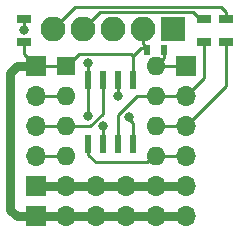
<source format=gbr>
G04 #@! TF.GenerationSoftware,KiCad,Pcbnew,(5.0.0)*
G04 #@! TF.CreationDate,2018-10-21T00:31:12-03:00*
G04 #@! TF.ProjectId,picdev8pin,7069636465763870696E2E6B69636164,rev?*
G04 #@! TF.SameCoordinates,Original*
G04 #@! TF.FileFunction,Copper,L1,Top,Signal*
G04 #@! TF.FilePolarity,Positive*
%FSLAX46Y46*%
G04 Gerber Fmt 4.6, Leading zero omitted, Abs format (unit mm)*
G04 Created by KiCad (PCBNEW (5.0.0)) date 10/21/18 00:31:12*
%MOMM*%
%LPD*%
G01*
G04 APERTURE LIST*
G04 #@! TA.AperFunction,ComponentPad*
%ADD10O,2.100000X2.100000*%
G04 #@! TD*
G04 #@! TA.AperFunction,ComponentPad*
%ADD11R,2.100000X2.100000*%
G04 #@! TD*
G04 #@! TA.AperFunction,SMDPad,CuDef*
%ADD12R,0.600000X1.550000*%
G04 #@! TD*
G04 #@! TA.AperFunction,ComponentPad*
%ADD13O,1.600000X1.600000*%
G04 #@! TD*
G04 #@! TA.AperFunction,ComponentPad*
%ADD14R,1.600000X1.600000*%
G04 #@! TD*
G04 #@! TA.AperFunction,SMDPad,CuDef*
%ADD15R,0.500000X0.900000*%
G04 #@! TD*
G04 #@! TA.AperFunction,ComponentPad*
%ADD16R,1.700000X1.700000*%
G04 #@! TD*
G04 #@! TA.AperFunction,ComponentPad*
%ADD17O,1.700000X1.700000*%
G04 #@! TD*
G04 #@! TA.AperFunction,SMDPad,CuDef*
%ADD18R,1.300000X0.700000*%
G04 #@! TD*
G04 #@! TA.AperFunction,ViaPad*
%ADD19C,0.800000*%
G04 #@! TD*
G04 #@! TA.AperFunction,Conductor*
%ADD20C,0.250000*%
G04 #@! TD*
G04 #@! TA.AperFunction,Conductor*
%ADD21C,0.750000*%
G04 #@! TD*
G04 APERTURE END LIST*
D10*
G04 #@! TO.P,J1,5*
G04 #@! TO.N,Net-(J1-Pad5)*
X96059001Y-36830000D03*
G04 #@! TO.P,J1,4*
G04 #@! TO.N,Net-(J1-Pad4)*
X98599001Y-36830000D03*
G04 #@! TO.P,J1,3*
G04 #@! TO.N,VSS*
X101139001Y-36830000D03*
G04 #@! TO.P,J1,2*
G04 #@! TO.N,VDD*
X103679001Y-36830000D03*
D11*
G04 #@! TO.P,J1,1*
G04 #@! TO.N,MCLR*
X106219001Y-36830000D03*
G04 #@! TD*
D12*
G04 #@! TO.P,U1,8*
G04 #@! TO.N,VSS*
X102870000Y-46548000D03*
G04 #@! TO.P,U1,7*
G04 #@! TO.N,PGD*
X101600000Y-46548000D03*
G04 #@! TO.P,U1,6*
G04 #@! TO.N,PGC*
X100330000Y-46548000D03*
G04 #@! TO.P,U1,5*
G04 #@! TO.N,Net-(J2-Pad4)*
X99060000Y-46548000D03*
G04 #@! TO.P,U1,4*
G04 #@! TO.N,MCLR*
X99060000Y-41148000D03*
G04 #@! TO.P,U1,3*
G04 #@! TO.N,Net-(J3-Pad3)*
X100330000Y-41148000D03*
G04 #@! TO.P,U1,2*
G04 #@! TO.N,Net-(J3-Pad2)*
X101600000Y-41148000D03*
G04 #@! TO.P,U1,1*
G04 #@! TO.N,VDD*
X102870000Y-41148000D03*
G04 #@! TD*
D13*
G04 #@! TO.P,U2,8*
G04 #@! TO.N,VSS*
X104775000Y-40005000D03*
G04 #@! TO.P,U2,4*
G04 #@! TO.N,MCLR*
X97155000Y-47625000D03*
G04 #@! TO.P,U2,7*
G04 #@! TO.N,PGD*
X104775000Y-42545000D03*
G04 #@! TO.P,U2,3*
G04 #@! TO.N,Net-(J3-Pad3)*
X97155000Y-45085000D03*
G04 #@! TO.P,U2,6*
G04 #@! TO.N,PGC*
X104775000Y-45085000D03*
G04 #@! TO.P,U2,2*
G04 #@! TO.N,Net-(J3-Pad2)*
X97155000Y-42545000D03*
G04 #@! TO.P,U2,5*
G04 #@! TO.N,Net-(J2-Pad4)*
X104775000Y-47625000D03*
D14*
G04 #@! TO.P,U2,1*
G04 #@! TO.N,VDD*
X97155000Y-40005000D03*
G04 #@! TD*
D15*
G04 #@! TO.P,C1,2*
G04 #@! TO.N,VSS*
X105525000Y-38608000D03*
G04 #@! TO.P,C1,1*
G04 #@! TO.N,VDD*
X104025000Y-38608000D03*
G04 #@! TD*
D16*
G04 #@! TO.P,J2,1*
G04 #@! TO.N,VSS*
X107315000Y-40005000D03*
D17*
G04 #@! TO.P,J2,2*
G04 #@! TO.N,PGD*
X107315000Y-42545000D03*
G04 #@! TO.P,J2,3*
G04 #@! TO.N,PGC*
X107315000Y-45085000D03*
G04 #@! TO.P,J2,4*
G04 #@! TO.N,Net-(J2-Pad4)*
X107315000Y-47625000D03*
G04 #@! TD*
G04 #@! TO.P,J3,4*
G04 #@! TO.N,MCLR*
X94615000Y-47625000D03*
G04 #@! TO.P,J3,3*
G04 #@! TO.N,Net-(J3-Pad3)*
X94615000Y-45085000D03*
G04 #@! TO.P,J3,2*
G04 #@! TO.N,Net-(J3-Pad2)*
X94615000Y-42545000D03*
D16*
G04 #@! TO.P,J3,1*
G04 #@! TO.N,VDD*
X94615000Y-40005000D03*
G04 #@! TD*
D17*
G04 #@! TO.P,J4,6*
G04 #@! TO.N,VSS*
X107315000Y-50165000D03*
G04 #@! TO.P,J4,5*
X104775000Y-50165000D03*
G04 #@! TO.P,J4,4*
X102235000Y-50165000D03*
G04 #@! TO.P,J4,3*
X99695000Y-50165000D03*
G04 #@! TO.P,J4,2*
X97155000Y-50165000D03*
D16*
G04 #@! TO.P,J4,1*
X94615000Y-50165000D03*
G04 #@! TD*
D17*
G04 #@! TO.P,J5,6*
G04 #@! TO.N,VDD*
X107315000Y-52705000D03*
G04 #@! TO.P,J5,5*
X104775000Y-52705000D03*
G04 #@! TO.P,J5,4*
X102235000Y-52705000D03*
G04 #@! TO.P,J5,3*
X99695000Y-52705000D03*
G04 #@! TO.P,J5,2*
X97155000Y-52705000D03*
D16*
G04 #@! TO.P,J5,1*
X94615000Y-52705000D03*
G04 #@! TD*
D18*
G04 #@! TO.P,R1,2*
G04 #@! TO.N,VDD*
X93599000Y-37907000D03*
G04 #@! TO.P,R1,1*
G04 #@! TO.N,MCLR*
X93599000Y-36007000D03*
G04 #@! TD*
G04 #@! TO.P,R2,1*
G04 #@! TO.N,Net-(J1-Pad4)*
X108839000Y-36007000D03*
G04 #@! TO.P,R2,2*
G04 #@! TO.N,PGD*
X108839000Y-37907000D03*
G04 #@! TD*
G04 #@! TO.P,R3,2*
G04 #@! TO.N,PGC*
X110744000Y-37907000D03*
G04 #@! TO.P,R3,1*
G04 #@! TO.N,Net-(J1-Pad5)*
X110744000Y-36007000D03*
G04 #@! TD*
D19*
G04 #@! TO.N,VSS*
X102489000Y-44323000D03*
G04 #@! TO.N,PGC*
X100330000Y-45085000D03*
G04 #@! TO.N,MCLR*
X99060000Y-44196000D03*
G04 #@! TO.N,Net-(J3-Pad2)*
X101600000Y-42545000D03*
G04 #@! TO.N,MCLR*
X93599000Y-36957000D03*
X99060000Y-39714000D03*
G04 #@! TD*
D20*
G04 #@! TO.N,VSS*
X102489000Y-44323000D02*
X102489000Y-44450000D01*
X102489000Y-44450000D02*
X102870000Y-44831000D01*
X102870000Y-44831000D02*
X102870000Y-46548000D01*
X104775000Y-40005000D02*
X107315000Y-40005000D01*
D21*
X94615000Y-50165000D02*
X97155000Y-50165000D01*
X97155000Y-50165000D02*
X99695000Y-50165000D01*
X99695000Y-50165000D02*
X102235000Y-50165000D01*
X102235000Y-50165000D02*
X104775000Y-50165000D01*
X104775000Y-50165000D02*
X107315000Y-50165000D01*
D20*
X105525000Y-39255000D02*
X104775000Y-40005000D01*
X105525000Y-38481000D02*
X105525000Y-39255000D01*
G04 #@! TO.N,PGD*
X103643630Y-42545000D02*
X104775000Y-42545000D01*
X103193998Y-42545000D02*
X103643630Y-42545000D01*
X101600000Y-44138998D02*
X103193998Y-42545000D01*
X101600000Y-46548000D02*
X101600000Y-44138998D01*
G04 #@! TO.N,PGC*
X100330000Y-46548000D02*
X100330000Y-45085000D01*
G04 #@! TO.N,Net-(J2-Pad4)*
X99060000Y-47023000D02*
X99060000Y-46548000D01*
X99060000Y-47498000D02*
X99060000Y-47023000D01*
X99695000Y-48133000D02*
X99060000Y-47498000D01*
X104013000Y-48133000D02*
X99695000Y-48133000D01*
X104775000Y-47625000D02*
X104521000Y-47625000D01*
X104521000Y-47625000D02*
X104013000Y-48133000D01*
G04 #@! TO.N,MCLR*
X99060000Y-44196000D02*
X99060000Y-41148000D01*
G04 #@! TO.N,Net-(J3-Pad3)*
X100330000Y-43999002D02*
X100330000Y-41148000D01*
X97155000Y-45085000D02*
X99244002Y-45085000D01*
X99244002Y-45085000D02*
X100330000Y-43999002D01*
G04 #@! TO.N,Net-(J3-Pad2)*
X101600000Y-41148000D02*
X101600000Y-42545000D01*
G04 #@! TO.N,VDD*
X97155000Y-40005000D02*
X97409000Y-40005000D01*
X94615000Y-40005000D02*
X97155000Y-40005000D01*
X93599000Y-38989000D02*
X94615000Y-40005000D01*
X93599000Y-37907000D02*
X93599000Y-38989000D01*
D21*
X107315000Y-52705000D02*
X104775000Y-52705000D01*
X104775000Y-52705000D02*
X102235000Y-52705000D01*
X102235000Y-52705000D02*
X99695000Y-52705000D01*
X99695000Y-52705000D02*
X97155000Y-52705000D01*
X97155000Y-52705000D02*
X94615000Y-52705000D01*
X93015000Y-52705000D02*
X92456000Y-52146000D01*
X94615000Y-52705000D02*
X93015000Y-52705000D01*
X93015000Y-40005000D02*
X94615000Y-40005000D01*
X92456000Y-40564000D02*
X93015000Y-40005000D01*
X92456000Y-52146000D02*
X92456000Y-40564000D01*
D20*
X103679001Y-38135001D02*
X104025000Y-38481000D01*
X103679001Y-36830000D02*
X103679001Y-38135001D01*
X102870000Y-40123000D02*
X102870000Y-41148000D01*
X102870000Y-39136000D02*
X102870000Y-40123000D01*
X103525000Y-38481000D02*
X102870000Y-39136000D01*
X104025000Y-38481000D02*
X103525000Y-38481000D01*
X102723000Y-38989000D02*
X102870000Y-39136000D01*
X98298000Y-38989000D02*
X102723000Y-38989000D01*
X97282000Y-40005000D02*
X98298000Y-38989000D01*
X97155000Y-40005000D02*
X97282000Y-40005000D01*
G04 #@! TO.N,PGC*
X106112919Y-45085000D02*
X104775000Y-45085000D01*
X107315000Y-45085000D02*
X106112919Y-45085000D01*
X110744000Y-41656000D02*
X110744000Y-37907000D01*
X107315000Y-45085000D02*
X110744000Y-41656000D01*
G04 #@! TO.N,PGD*
X104775000Y-42545000D02*
X107315000Y-42545000D01*
X108839000Y-41021000D02*
X108839000Y-37907000D01*
X107315000Y-42545000D02*
X108839000Y-41021000D01*
G04 #@! TO.N,MCLR*
X96023630Y-47625000D02*
X94615000Y-47625000D01*
X97155000Y-47625000D02*
X96023630Y-47625000D01*
X93599000Y-36957000D02*
X93599000Y-36007000D01*
X99060000Y-39714000D02*
X99060000Y-41148000D01*
G04 #@! TO.N,Net-(J2-Pad4)*
X104775000Y-47625000D02*
X107315000Y-47625000D01*
G04 #@! TO.N,Net-(J3-Pad2)*
X96023630Y-42545000D02*
X94615000Y-42545000D01*
X97155000Y-42545000D02*
X96023630Y-42545000D01*
G04 #@! TO.N,Net-(J3-Pad3)*
X94615000Y-45085000D02*
X97155000Y-45085000D01*
G04 #@! TO.N,Net-(J1-Pad5)*
X110744000Y-35407000D02*
X110744000Y-36007000D01*
X110293990Y-34956990D02*
X110744000Y-35407000D01*
X97932011Y-34956990D02*
X110293990Y-34956990D01*
X96059001Y-36830000D02*
X97932011Y-34956990D01*
G04 #@! TO.N,Net-(J1-Pad4)*
X108539000Y-36007000D02*
X108839000Y-36007000D01*
X107939000Y-35407000D02*
X108539000Y-36007000D01*
X100022001Y-35407000D02*
X107939000Y-35407000D01*
X98599001Y-36830000D02*
X100022001Y-35407000D01*
G04 #@! TD*
M02*

</source>
